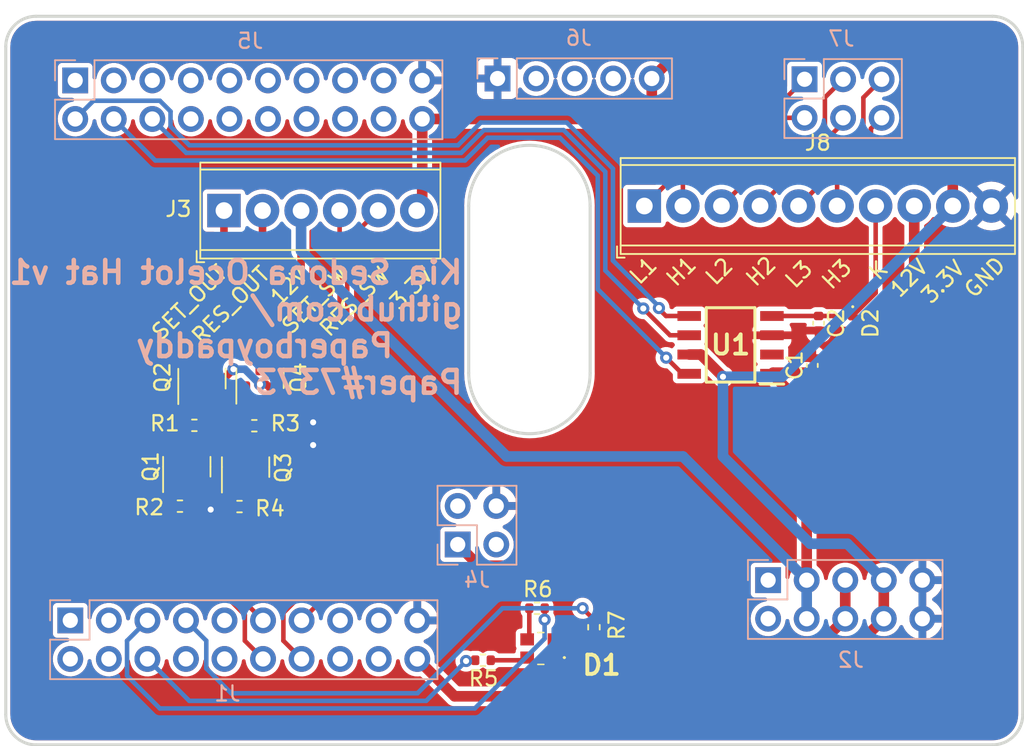
<source format=kicad_pcb>
(kicad_pcb (version 20211014) (generator pcbnew)
  (layers (0 "F.Cu" signal) (31 "B.Cu" signal) (34 "B.Paste" user) (35 "F.Paste" user) (36 "B.SilkS" user "B.Silkscreen") (37 "F.SilkS" user "F.Silkscreen") (38 "B.Mask" user) (39 "F.Mask" user) (44 "Edge.Cuts" user))
  (net 0 "")
  (net 1 "+12V")
  (net 2 "GND")
  (net 3 "KLINE")
  (net 4 "+3.3V")
  (net 5 "Net-(D1-Pad2)")
  (net 6 "Net-(D1-Pad3)")
  (net 7 "Net-(D1-Pad4)")
  (net 12 "Red LED")
  (net 13 "Green LED")
  (net 14 "Blue LED")
  (net 17 "CCSET_INPUT")
  (net 18 "CCRES_INPUT")
  (net 19 "CCSET_SW")
  (net 20 "CCRES_SW")
  (net 27 "+5V")
  (net 28 "CCSET_OUT")
  (net 29 "CCRES_OUT")
  (net 31 "KLINE_TX")
  (net 32 "KLINE_EN")
  (net 33 "KLINE_RX")
  (net 49 "CAN H1")
  (net 50 "CAN L1")
  (net 51 "CAN H2")
  (net 52 "CAN L2")
  (net 53 "CAN H3")
  (net 54 "CAN L3")
  (net 55 "Net-(Q1-Pad3)")
  (net 56 "Net-(Q3-Pad3)")
  (footprint "RGB_LED:ASMBLTC20A335" (layer "F.Cu") (at 157.54 107.69)
    (fp_text reference "D1" (at 4 1.1) (layer "F.SilkS") (effects (font (size 1.27 1.27) (thickness 0.254))))
    (fp_text value "Status RGB" hide)
    (fp_line (start 1.5 0.6) (end 1.5 0.6) (layer "F.SilkS") (width 0.1))
    (fp_line (start -0.2 -1.05) (end 0.2 -1.05) (layer "F.SilkS") (width 0.1))
    (fp_line (start 1.6 0.6) (end 1.6 0.6) (layer "F.SilkS") (width 0.1))
    (fp_line (start -0.2 1.05) (end 0.2 1.05) (layer "F.SilkS") (width 0.1))
    (fp_arc (start 1.6 0.6) (mid 1.55 0.65) (end 1.5 0.6) (layer "F.SilkS") (width 0.1))
    (fp_arc (start 1.5 0.6) (mid 1.55 0.55) (end 1.6 0.6) (layer "F.SilkS") (width 0.1))
    (pad "1" smd rect locked (at 0.9 0.6 90) (size 0.8 0.9) (layers "F.Cu" "F.Paste" "F.Mask") (net 4 "+3.3V"))
    (pad "2" smd rect locked (at 0.9 -0.6 90) (size 0.8 0.9) (layers "F.Cu" "F.Paste" "F.Mask") (net 5 "Net-(D1-Pad2)"))
    (pad "3" smd rect locked (at -0.9 -0.6 90) (size 0.8 0.9) (layers "F.Cu" "F.Paste" "F.Mask") (net 6 "Net-(D1-Pad3)"))
    (pad "4" smd rect locked (at -0.9 0.6 90) (size 0.8 0.9) (layers "F.Cu" "F.Paste" "F.Mask") (net 7 "Net-(D1-Pad4)"))
  )
  (footprint "Package_TO_SOT_SMD:SOT-23" (layer "F.Cu") (at 135.215 89.915 90)
    (fp_text reference "Q2" (at 0.075 -2.6 90) (layer "F.SilkS"))
    (fp_text value "AO3401A")
    (fp_line (start 0 -1.56) (end 0.65 -1.56) (layer "F.SilkS") (width 0.12))
    (fp_line (start 0 1.56) (end 0.65 1.56) (layer "F.SilkS") (width 0.12))
    (fp_line (start 0 1.56) (end -0.65 1.56) (layer "F.SilkS") (width 0.12))
    (fp_line (start 0 -1.56) (end -1.675 -1.56) (layer "F.SilkS") (width 0.12))
    (pad "1" smd roundrect (at -0.9375 -0.95 90) (size 1.475 0.6) (layers "F.Cu" "F.Paste" "F.Mask") (net 55 "Net-(Q1-Pad3)"))
    (pad "2" smd roundrect (at -0.9375 0.95 90) (size 1.475 0.6) (layers "F.Cu" "F.Paste" "F.Mask") (net 1 "+12V"))
    (pad "3" smd roundrect (at 0.9375 0 90) (size 1.475 0.6) (layers "F.Cu" "F.Paste" "F.Mask") (net 28 "CCSET_OUT"))
  )
  (footprint "Package_TO_SOT_SMD:SOT-23" (layer "F.Cu") (at 138.09 95.74 90)
    (fp_text reference "Q3" (at -0.05 2.475 90) (layer "F.SilkS"))
    (fp_text value "AO3400A")
    (fp_line (start 0 1.56) (end 0.65 1.56) (layer "F.SilkS") (width 0.12))
    (fp_line (start 0 -1.56) (end 0.65 -1.56) (layer "F.SilkS") (width 0.12))
    (fp_line (start 0 1.56) (end -0.65 1.56) (layer "F.SilkS") (width 0.12))
    (fp_line (start 0 -1.56) (end -1.675 -1.56) (layer "F.SilkS") (width 0.12))
    (pad "1" smd roundrect (at -0.9375 -0.95 90) (size 1.475 0.6) (layers "F.Cu" "F.Paste" "F.Mask") (net 18 "CCRES_INPUT"))
    (pad "2" smd roundrect (at -0.9375 0.95 90) (size 1.475 0.6) (layers "F.Cu" "F.Paste" "F.Mask") (net 2 "GND"))
    (pad "3" smd roundrect (at 0.9375 0 90) (size 1.475 0.6) (layers "F.Cu" "F.Paste" "F.Mask") (net 56 "Net-(Q3-Pad3)"))
  )
  (footprint "Resistor_SMD:R_0402_1005Metric" (layer "F.Cu") (at 134.715 92.99 180)
    (fp_text reference "R1" (at 1.95 0.125) (layer "F.SilkS"))
    (fp_text value "10k")
    (fp_line (start -0.153641 -0.38) (end 0.153641 -0.38) (layer "F.SilkS") (width 0.12))
    (fp_line (start -0.153641 0.38) (end 0.153641 0.38) (layer "F.SilkS") (width 0.12))
    (pad "1" smd roundrect (at -0.51 0 180) (size 0.54 0.64) (layers "F.Cu" "F.Paste" "F.Mask") (net 1 "+12V"))
    (pad "2" smd roundrect (at 0.51 0 180) (size 0.54 0.64) (layers "F.Cu" "F.Paste" "F.Mask") (net 55 "Net-(Q1-Pad3)"))
  )
  (footprint "LIN_BUS2:SOIC127P600X175-8N" (layer "F.Cu") (at 170.04 87.69 180)
    (fp_text reference "U1" (at 0 0) (layer "F.SilkS") (effects (font (size 1.27 1.27) (thickness 0.254))))
    (fp_text value "K-Line Serial Interface" hide)
    (fp_line (start 1.6 2.45) (end -1.6 2.45) (layer "F.SilkS") (width 0.2))
    (fp_line (start -1.6 -2.45) (end 1.6 -2.45) (layer "F.SilkS") (width 0.2))
    (fp_line (start 1.6 -2.45) (end 1.6 2.45) (layer "F.SilkS") (width 0.2))
    (fp_line (start -3.5 -2.58) (end -1.95 -2.58) (layer "F.SilkS") (width 0.2))
    (fp_line (start -1.6 2.45) (end -1.6 -2.45) (layer "F.SilkS") (width 0.2))
    (pad "1" smd rect locked (at -2.725 -1.905 270) (size 0.65 1.55) (layers "F.Cu" "F.Paste" "F.Mask") (net 1 "+12V"))
    (pad "2" smd rect locked (at -2.725 -0.635 270) (size 0.65 1.55) (layers "F.Cu" "F.Paste" "F.Mask"))
    (pad "3" smd rect locked (at -2.725 0.635 270) (size 0.65 1.55) (layers "F.Cu" "F.Paste" "F.Mask") (net 2 "GND"))
    (pad "4" smd rect locked (at -2.725 1.905 270) (size 0.65 1.55) (layers "F.Cu" "F.Paste" "F.Mask") (net 3 "KLINE"))
    (pad "5" smd rect locked (at 2.725 1.905 270) (size 0.65 1.55) (layers "F.Cu" "F.Paste" "F.Mask") (net 31 "KLINE_TX"))
    (pad "6" smd rect locked (at 2.725 0.635 270) (size 0.65 1.55) (layers "F.Cu" "F.Paste" "F.Mask") (net 33 "KLINE_RX"))
    (pad "7" smd rect locked (at 2.725 -0.635 270) (size 0.65 1.55) (layers "F.Cu" "F.Paste" "F.Mask") (net 4 "+3.3V"))
    (pad "8" smd rect locked (at 2.725 -1.905 270) (size 0.65 1.55) (layers "F.Cu" "F.Paste" "F.Mask") (net 32 "KLINE_EN"))
  )
  (footprint "Diode_SMD:D_0402_1005Metric" (layer "F.Cu") (at 178.09 86.265 -90)
    (fp_text reference "D2" (at 0 -1.17 90) (layer "F.SilkS"))
    (fp_text value "33v")
    (fp_circle (center -1.09 0) (end -1.04 0) (layer "F.SilkS") (width 0.1) (fill none))
    (pad "1" smd roundrect (at -0.485 0 270) (size 0.59 0.64) (layers "F.Cu" "F.Paste" "F.Mask") (net 3 "KLINE"))
    (pad "2" smd roundrect (at 0.485 0 270) (size 0.59 0.64) (layers "F.Cu" "F.Paste" "F.Mask") (net 2 "GND"))
  )
  (footprint "Resistor_SMD:R_0402_1005Metric" (layer "F.Cu") (at 153.73 108.465 180)
    (fp_text reference "R5" (at -0.035 -1.2 180) (layer "F.SilkS"))
    (fp_text value "1k")
    (fp_line (start -0.153641 0.38) (end 0.153641 0.38) (layer "F.SilkS") (width 0.12))
    (fp_line (start -0.153641 -0.38) (end 0.153641 -0.38) (layer "F.SilkS") (width 0.12))
    (pad "1" smd roundrect (at -0.51 0 180) (size 0.54 0.64) (layers "F.Cu" "F.Paste" "F.Mask") (net 7 "Net-(D1-Pad4)"))
    (pad "2" smd roundrect (at 0.51 0 180) (size 0.54 0.64) (layers "F.Cu" "F.Paste" "F.Mask") (net 12 "Red LED"))
  )
  (footprint "Resistor_SMD:R_0402_1005Metric" (layer "F.Cu") (at 161.04 106.29 90)
    (fp_text reference "R7" (at 0.125 1.5 90) (layer "F.SilkS"))
    (fp_text value "1k")
    (fp_line (start -0.153641 0.38) (end 0.153641 0.38) (layer "F.SilkS") (width 0.12))
    (fp_line (start -0.153641 -0.38) (end 0.153641 -0.38) (layer "F.SilkS") (width 0.12))
    (pad "1" smd roundrect (at -0.51 0 90) (size 0.54 0.64) (layers "F.Cu" "F.Paste" "F.Mask") (net 5 "Net-(D1-Pad2)"))
    (pad "2" smd roundrect (at 0.51 0 90) (size 0.54 0.64) (layers "F.Cu" "F.Paste" "F.Mask") (net 14 "Blue LED"))
  )
  (footprint "TerminalBlock_Phoenix:TerminalBlock_Phoenix_MPT-0,5-6-2.54_1x06_P2.54mm_Horizontal" (layer "F.Cu") (at 136.665 78.84)
    (fp_text reference "J3" (at -3 -0.1) (layer "F.SilkS"))
    (fp_text value "CC Terminals")
    (fp_line (start -1.8 3.4) (end -1.3 3.4) (layer "F.SilkS") (width 0.12))
    (fp_line (start -1.56 -2.7) (end 14.26 -2.7) (layer "F.SilkS") (width 0.12))
    (fp_line (start -1.56 3.16) (end 14.26 3.16) (layer "F.SilkS") (width 0.12))
    (fp_line (start -1.56 -3.16) (end -1.56 3.16) (layer "F.SilkS") (width 0.12))
    (fp_line (start -1.56 2.6) (end 14.26 2.6) (layer "F.SilkS") (width 0.12))
    (fp_line (start -1.56 -3.16) (end 14.26 -3.16) (layer "F.SilkS") (width 0.12))
    (fp_line (start 14.26 -3.16) (end 14.26 3.16) (layer "F.SilkS") (width 0.12))
    (fp_line (start -1.8 2.66) (end -1.8 3.4) (layer "F.SilkS") (width 0.12))
    (pad "1" thru_hole rect (at 0 0) (size 2.2 2.2) (drill 1.1) (layers *.Cu *.Mask) (net 28 "CCSET_OUT"))
    (pad "2" thru_hole circle (at 2.54 0) (size 2.2 2.2) (drill 1.1) (layers *.Cu *.Mask) (net 29 "CCRES_OUT"))
    (pad "3" thru_hole circle (at 5.08 0) (size 2.2 2.2) (drill 1.1) (layers *.Cu *.Mask) (net 1 "+12V"))
    (pad "4" thru_hole circle (at 7.62 0) (size 2.2 2.2) (drill 1.1) (layers *.Cu *.Mask) (net 19 "CCSET_SW"))
    (pad "5" thru_hole circle (at 10.16 0) (size 2.2 2.2) (drill 1.1) (layers *.Cu *.Mask) (net 20 "CCRES_SW"))
    (pad "6" thru_hole circle (at 12.7 0) (size 2.2 2.2) (drill 1.1) (layers *.Cu *.Mask) (net 4 "+3.3V"))
  )
  (footprint "Package_TO_SOT_SMD:SOT-23" (layer "F.Cu") (at 139.04 89.89 90)
    (fp_text reference "Q4" (at 0.05 2.525 90) (layer "F.SilkS"))
    (fp_text value "AO3401A")
    (fp_line (start 0 1.56) (end -0.65 1.56) (layer "F.SilkS") (width 0.12))
    (fp_line (start 0 -1.56) (end -1.675 -1.56) (layer "F.SilkS") (width 0.12))
    (fp_line (start 0 1.56) (end 0.65 1.56) (layer "F.SilkS") (width 0.12))
    (fp_line (start 0 -1.56) (end 0.65 -1.56) (layer "F.SilkS") (width 0.12))
    (pad "1" smd roundrect (at -0.9375 -0.95 90) (size 1.475 0.6) (layers "F.Cu" "F.Paste" "F.Mask") (net 56 "Net-(Q3-Pad3)"))
    (pad "2" smd roundrect (at -0.9375 0.95 90) (size 1.475 0.6) (layers "F.Cu" "F.Paste" "F.Mask") (net 1 "+12V"))
    (pad "3" smd roundrect (at 0.9375 0 90) (size 1.475 0.6) (layers "F.Cu" "F.Paste" "F.Mask") (net 29 "CCRES_OUT"))
  )
  (footprint "Capacitor_SMD:C_0402_1005Metric" (layer "F.Cu") (at 175.84 86.265 -90)
    (fp_text reference "C2" (at 0 -1.16 90) (layer "F.SilkS"))
    (fp_text value "470pF")
    (fp_line (start -0.107836 0.36) (end 0.107836 0.36) (layer "F.SilkS") (width 0.12))
    (fp_line (start -0.107836 -0.36) (end 0.107836 -0.36) (layer "F.SilkS") (width 0.12))
    (pad "1" smd roundrect (at -0.48 0 270) (size 0.56 0.62) (layers "F.Cu" "F.Paste" "F.Mask") (net 3 "KLINE"))
    (pad "2" smd roundrect (at 0.48 0 270) (size 0.56 0.62) (layers "F.Cu" "F.Paste" "F.Mask") (net 2 "GND"))
  )
  (footprint "Capacitor_SMD:C_0402_1005Metric" (layer "F.Cu") (at 175.424928 89.04 90)
    (fp_text reference "C1" (at 0 -1.16 90) (layer "F.SilkS"))
    (fp_text value "100nF")
    (fp_line (start -0.107836 -0.36) (end 0.107836 -0.36) (layer "F.SilkS") (width 0.12))
    (fp_line (start -0.107836 0.36) (end 0.107836 0.36) (layer "F.SilkS") (width 0.12))
    (pad "1" smd roundrect (at -0.48 0 90) (size 0.56 0.62) (layers "F.Cu" "F.Paste" "F.Mask") (net 1 "+12V"))
    (pad "2" smd roundrect (at 0.48 0 90) (size 0.56 0.62) (layers "F.Cu" "F.Paste" "F.Mask") (net 2 "GND"))
  )
  (footprint "Resistor_SMD:R_0402_1005Metric" (layer "F.Cu") (at 133.765 98.315)
    (fp_text reference "R2" (at -2.025 0.075) (layer "F.SilkS"))
    (fp_text value "10k")
    (fp_line (start -0.153641 -0.38) (end 0.153641 -0.38) (layer "F.SilkS") (width 0.12))
    (fp_line (start -0.153641 0.38) (end 0.153641 0.38) (layer "F.SilkS") (width 0.12))
    (pad "1" smd roundrect (at -0.51 0) (size 0.54 0.64) (layers "F.Cu" "F.Paste" "F.Mask") (net 17 "CCSET_INPUT"))
    (pad "2" smd roundrect (at 0.51 0) (size 0.54 0.64) (layers "F.Cu" "F.Paste" "F.Mask") (net 2 "GND"))
  )
  (footprint "TerminalBlock_Phoenix:TerminalBlock_Phoenix_MPT-0,5-10-2.54_1x10_P2.54mm_Horizontal" (layer "F.Cu") (at 164.36 78.54)
    (fp_text reference "J8" (at 11.43 -4.16) (layer "F.SilkS"))
    (fp_text value "Coms and power")
    (fp_line (start 24.42 -3.16) (end 24.42 3.16) (layer "F.SilkS") (width 0.12))
    (fp_line (start -1.8 3.4) (end -1.3 3.4) (layer "F.SilkS") (width 0.12))
    (fp_line (start -1.56 2.6) (end 24.42 2.6) (layer "F.SilkS") (width 0.12))
    (fp_line (start -1.8 2.66) (end -1.8 3.4) (layer "F.SilkS") (width 0.12))
    (fp_line (start -1.56 -3.16) (end 24.42 -3.16) (layer "F.SilkS") (width 0.12))
    (fp_line (start -1.56 -2.7) (end 24.42 -2.7) (layer "F.SilkS") (width 0.12))
    (fp_line (start -1.56 -3.16) (end -1.56 3.16) (layer "F.SilkS") (width 0.12))
    (fp_line (start -1.56 3.16) (end 24.42 3.16) (layer "F.SilkS") (width 0.12))
    (pad "1" thru_hole rect (at 0 0) (size 2.2 2.2) (drill 1.1) (layers *.Cu *.Mask) (net 50 "CAN L1"))
    (pad "2" thru_hole circle (at 2.54 0) (size 2.2 2.2) (drill 1.1) (layers *.Cu *.Mask) (net 49 "CAN H1"))
    (pad "3" thru_hole circle (at 5.08 0) (size 2.2 2.2) (drill 1.1) (layers *.Cu *.Mask) (net 52 "CAN L2"))
    (pad "4" thru_hole circle (at 7.62 0) (size 2.2 2.2) (drill 1.1) (layers *.Cu *.Mask) (net 51 "CAN H2"))
    (pad "5" thru_hole circle (at 10.16 0) (size 2.2 2.2) (drill 1.1) (layers *.Cu *.Mask) (net 54 "CAN L3"))
    (pad "6" thru_hole circle (at 12.7 0) (size 2.2 2.2) (drill 1.1) (layers *.Cu *.Mask) (net 53 "CAN H3"))
    (pad "7" thru_hole circle (at 15.24 0) (size 2.2 2.2) (drill 1.1) (layers *.Cu *.Mask) (net 3 "KLINE"))
    (pad "8" thru_hole circle (at 17.78 0) (size 2.2 2.2) (drill 1.1) (layers *.Cu *.Mask) (net 1 "+12V"))
    (pad "9" thru_hole circle (at 20.32 0) (size 2.2 2.2) (drill 1.1) (layers *.Cu *.Mask) (net 4 "+3.3V"))
    (pad "10" thru_hole circle (at 22.86 0) (size 2.2 2.2) (drill 1.1) (layers *.Cu *.Mask) (net 2 "GND"))
  )
  (footprint "Resistor_SMD:R_0402_1005Metric" (layer "F.Cu") (at 137.69 98.34)
    (fp_text reference "R4" (at 2 0.125) (layer "F.SilkS"))
    (fp_text value "10k")
    (fp_line (start -0.153641 -0.38) (end 0.153641 -0.38) (layer "F.SilkS") (width 0.12))
    (fp_line (start -0.153641 0.38) (end 0.153641 0.38) (layer "F.SilkS") (width 0.12))
    (pad "1" smd roundrect (at -0.51 0) (size 0.54 0.64) (layers "F.Cu" "F.Paste" "F.Mask") (net 18 "CCRES_INPUT"))
    (pad "2" smd roundrect (at 0.51 0) (size 0.54 0.64) (layers "F.Cu" "F.Paste" "F.Mask") (net 2 "GND"))
  )
  (footprint "Package_TO_SOT_SMD:SOT-23" (layer "F.Cu") (at 134.215 95.715 90)
    (fp_text reference "Q1" (at 0 -2.375 90) (layer "F.SilkS"))
    (fp_text value "AO3400A")
    (fp_line (start 0 -1.56) (end -1.675 -1.56) (layer "F.SilkS") (width 0.12))
    (fp_line (start 0 1.56) (end -0.65 1.56) (layer "F.SilkS") (width 0.12))
    (fp_line (start 0 -1.56) (end 0.65 -1.56) (layer "F.SilkS") (width 0.12))
    (fp_line (start 0 1.56) (end 0.65 1.56) (layer "F.SilkS") (width 0.12))
    (pad "1" smd roundrect (at -0.9375 -0.95 90) (size 1.475 0.6) (layers "F.Cu" "F.Paste" "F.Mask") (net 17 "CCSET_INPUT"))
    (pad "2" smd roundrect (at -0.9375 0.95 90) (size 1.475 0.6) (layers "F.Cu" "F.Paste" "F.Mask") (net 2 "GND"))
    (pad "3" smd roundrect (at 0.9375 0 90) (size 1.475 0.6) (layers "F.Cu" "F.Paste" "F.Mask") (net 55 "Net-(Q1-Pad3)"))
  )
  (footprint "Resistor_SMD:R_0402_1005Metric" (layer "F.Cu") (at 138.665 93.015 180)
    (fp_text reference "R3" (at -2.05 0.15) (layer "F.SilkS"))
    (fp_text value "10k")
    (fp_line (start -0.153641 0.38) (end 0.153641 0.38) (layer "F.SilkS") (width 0.12))
    (fp_line (start -0.153641 -0.38) (end 0.153641 -0.38) (layer "F.SilkS") (width 0.12))
    (pad "1" smd roundrect (at -0.51 0 180) (size 0.54 0.64) (layers "F.Cu" "F.Paste" "F.Mask") (net 1 "+12V"))
    (pad "2" smd roundrect (at 0.51 0 180) (size 0.54 0.64) (layers "F.Cu" "F.Paste" "F.Mask") (net 56 "Net-(Q3-Pad3)"))
  )
  (footprint "Resistor_SMD:R_0402_1005Metric" (layer "F.Cu") (at 157.29 105.04)
    (fp_text reference "R6" (at 0.05 -1.25) (layer "F.SilkS"))
    (fp_text value "1k")
    (fp_line (start -0.153641 0.38) (end 0.153641 0.38) (layer "F.SilkS") (width 0.12))
    (fp_line (start -0.153641 -0.38) (end 0.153641 -0.38) (layer "F.SilkS") (width 0.12))
    (pad "1" smd roundrect (at -0.51 0) (size 0.54 0.64) (layers "F.Cu" "F.Paste" "F.Mask") (net 6 "Net-(D1-Pad3)"))
    (pad "2" smd roundrect (at 0.51 0) (size 0.54 0.64) (layers "F.Cu" "F.Paste" "F.Mask") (net 13 "Green LED"))
  )
  (footprint "Connector_PinHeader_2.54mm:PinHeader_1x05_P2.54mm_Vertical" (layer "B.Cu") (at 154.69 70.14 -90)
    (fp_text reference "J6" (at -2.675 -5.35 180) (layer "B.SilkS") (effects (justify mirror)))
    (fp_text value "Ocelot Debug")
    (fp_line (start -1.33 1.33) (end 0 1.33) (layer "B.SilkS") (width 0.12))
    (fp_line (start -1.33 -1.27) (end 1.33 -1.27) (layer "B.SilkS") (width 0.12))
    (fp_line (start -1.33 -1.27) (end -1.33 -11.49) (layer "B.SilkS") (width 0.12))
    (fp_line (start -1.33 0) (end -1.33 1.33) (layer "B.SilkS") (width 0.12))
    (fp_line (start 1.33 -1.27) (end 1.33 -11.49) (layer "B.SilkS") (width 0.12))
    (fp_line (start -1.33 -11.49) (end 1.33 -11.49) (layer "B.SilkS") (width 0.12))
    (pad "1" thru_hole rect (at 0 0 270) (size 1.7 1.7) (drill 1) (layers *.Cu *.Mask) (net 2 "GND"))
    (pad "2" thru_hole oval (at 0 -2.54 270) (size 1.7 1.7) (drill 1) (layers *.Cu *.Mask))
    (pad "3" thru_hole oval (at 0 -5.08 270) (size 1.7 1.7) (drill 1) (layers *.Cu *.Mask))
    (pad "4" thru_hole oval (at 0 -7.62 270) (size 1.7 1.7) (drill 1) (layers *.Cu *.Mask))
    (pad "5" thru_hole oval (at 0 -10.16 270) (size 1.7 1.7) (drill 1) (layers *.Cu *.Mask) (net 4 "+3.3V"))
  )
  (footprint "Connector_PinHeader_2.54mm:PinHeader_2x10_P2.54mm_Vertical" (layer "B.Cu") (at 126.865 70.265 -90)
    (fp_text reference "J5" (at -2.6 -11.525 180) (layer "B.SilkS") (effects (justify mirror)))
    (fp_text value "Ocelot Top")
    (fp_line (start 1.27 1.33) (end 3.87 1.33) (layer "B.SilkS") (width 0.12))
    (fp_line (start -1.33 -1.27) (end 1.27 -1.27) (layer "B.SilkS") (width 0.12))
    (fp_line (start -1.33 -24.19) (end 3.87 -24.19) (layer "B.SilkS") (width 0.12))
    (fp_line (start -1.33 -1.27) (end -1.33 -24.19) (layer "B.SilkS") (width 0.12))
    (fp_line (start -1.33 0) (end -1.33 1.33) (layer "B.SilkS") (width 0.12))
    (fp_line (start -1.33 1.33) (end 0 1.33) (layer "B.SilkS") (width 0.12))
    (fp_line (start 3.87 1.33) (end 3.87 -24.19) (layer "B.SilkS") (width 0.12))
    (fp_line (start 1.27 -1.27) (end 1.27 1.33) (layer "B.SilkS") (width 0.12))
    (pad "1" thru_hole rect (at 0 0 270) (size 1.7 1.7) (drill 1) (layers *.Cu *.Mask))
    (pad "2" thru_hole oval (at 2.54 0 270) (size 1.7 1.7) (drill 1) (layers *.Cu *.Mask) (net 31 "KLINE_TX"))
    (pad "3" thru_hole oval (at 0 -2.54 270) (size 1.7 1.7) (drill 1) (layers *.Cu *.Mask))
    (pad "4" thru_hole oval (at 2.54 -2.54 270) (size 1.7 1.7) (drill 1) (layers *.Cu *.Mask) (net 32 "KLINE_EN"))
    (pad "5" thru_hole oval (at 0 -5.08 270) (size 1.7 1.7) (drill 1) (layers *.Cu *.Mask))
    (pad "6" thru_hole oval (at 2.54 -5.08 270) (size 1.7 1.7) (drill 1) (layers *.Cu *.Mask) (net 33 "KLINE_RX"))
    (pad "7" thru_hole oval (at 0 -7.62 270) (size 1.7 1.7) (drill 1) (layers *.Cu *.Mask))
    (pad "8" thru_hole oval (at 2.54 -7.62 270) (size 1.7 1.7) (drill 1) (layers *.Cu *.Mask))
    (pad "9" thru_hole oval (at 0 -10.16 270) (size 1.7 1.7) (drill 1) (layers *.Cu *.Mask))
    (pad "10" thru_hole oval (at 2.54 -10.16 270) (size 1.7 1.7) (drill 1) (layers *.Cu *.Mask))
    (pad "11" thru_hole oval (at 0 -12.7 270) (size 1.7 1.7) (drill 1) (layers *.Cu *.Mask))
    (pad "12" thru_hole oval (at 2.54 -12.7 270) (size 1.7 1.7) (drill 1) (layers *.Cu *.Mask))
    (pad "13" thru_hole oval (at 0 -15.24 270) (size 1.7 1.7) (drill 1) (layers *.Cu *.Mask))
    (pad "14" thru_hole oval (at 2.54 -15.24 270) (size 1.7 1.7) (drill 1) (layers *.Cu *.Mask))
    (pad "15" thru_hole oval (at 0 -17.78 270) (size 1.7 1.7) (drill 1) (layers *.Cu *.Mask))
    (pad "16" thru_hole oval (at 2.54 -17.78 270) (size 1.7 1.7) (drill 1) (layers *.Cu *.Mask))
    (pad "17" thru_hole oval (at 0 -20.32 270) (size 1.7 1.7) (drill 1) (layers *.Cu *.Mask))
    (pad "18" thru_hole oval (at 2.54 -20.32 270) (size 1.7 1.7) (drill 1) (layers *.Cu *.Mask))
    (pad "19" thru_hole oval (at 0 -22.86 270) (size 1.7 1.7) (drill 1) (layers *.Cu *.Mask) (net 2 "GND"))
    (pad "20" thru_hole oval (at 2.54 -22.86 270) (size 1.7 1.7) (drill 1) (layers *.Cu *.Mask) (net 4 "+3.3V"))
  )
  (footprint "Connector_PinHeader_2.54mm:PinHeader_2x05_P2.54mm_Vertical" (layer "B.Cu") (at 172.515 103.19 -90)
    (fp_text reference "J2" (at 5.25 -5.45 180) (layer "B.SilkS") (effects (justify mirror)))
    (fp_text value "Ocelot Power")
    (fp_line (start -1.33 -1.27) (end 1.27 -1.27) (layer "B.SilkS") (width 0.12))
    (fp_line (start -1.33 0) (end -1.33 1.33) (layer "B.SilkS") (width 0.12))
    (fp_line (start -1.33 -1.27) (end -1.33 -11.49) (layer "B.SilkS") (width 0.12))
    (fp_line (start 1.27 1.33) (end 3.87 1.33) (layer "B.SilkS") (width 0.12))
    (fp_line (start 1.27 -1.27) (end 1.27 1.33) (layer "B.SilkS") (width 0.12))
    (fp_line (start 3.87 1.33) (end 3.87 -11.49) (layer "B.SilkS") (width 0.12))
    (fp_line (start -1.33 -11.49) (end 3.87 -11.49) (layer "B.SilkS") (width 0.12))
    (fp_line (start -1.33 1.33) (end 0 1.33) (layer "B.SilkS") (width 0.12))
    (pad "1" thru_hole rect (at 0 0 270) (size 1.7 1.7) (drill 1) (layers *.Cu *.Mask))
    (pad "2" thru_hole oval (at 2.54 0 270) (size 1.7 1.7) (drill 1) (layers *.Cu *.Mask))
    (pad "3" thru_hole oval (at 0 -2.54 270) (size 1.7 1.7) (drill 1) (layers *.Cu *.Mask) (net 1 "+12V"))
    (pad "4" thru_hole oval (at 2.54 -2.54 270) (size 1.7 1.7) (drill 1) (layers *.Cu *.Mask) (net 1 "+12V"))
    (pad "5" thru_hole oval (at 0 -5.08 270) (size 1.7 1.7) (drill 1) (layers *.Cu *.Mask) (net 27 "+5V"))
    (pad "6" thru_hole oval (at 2.54 -5.08 270) (size 1.7 1.7) (drill 1) (layers *.Cu *.Mask) (net 27 "+5V"))
    (pad "7" thru_hole oval (at 0 -7.62 270) (size 1.7 1.7) (drill 1) (layers *.Cu *.Mask) (net 4 "+3.3V"))
    (pad "8" thru_hole oval (at 2.54 -7.62 270) (size 1.7 1.7) (drill 1) (layers *.Cu *.Mask) (net 4 "+3.3V"))
    (pad "9" thru_hole oval (at 0 -10.16 270) (size 1.7 1.7) (drill 1) (layers *.Cu *.Mask) (net 2 "GND"))
    (pad "10" thru_hole oval (at 2.54 -10.16 270) (size 1.7 1.7) (drill 1) (layers *.Cu *.Mask) (net 2 "GND"))
  )
  (footprint "Connector_PinHeader_2.54mm:PinHeader_2x10_P2.54mm_Vertical" (layer "B.Cu") (at 126.54 105.84 -90)
    (fp_text reference "J1" (at 4.825 -10.35 180) (layer "B.SilkS") (effects (justify mirror)))
    (fp_text value "Ocelot Bottom")
    (fp_line (start 3.87 1.33) (end 3.87 -24.19) (layer "B.SilkS") (width 0.12))
    (fp_line (start -1.33 -1.27) (end 1.27 -1.27) (layer "B.SilkS") (width 0.12))
    (fp_line (start 1.27 1.33) (end 3.87 1.33) (layer "B.SilkS") (width 0.12))
    (fp_line (start 1.27 -1.27) (end 1.27 1.33) (layer "B.SilkS") (width 0.12))
    (fp_line (start -1.33 0) (end -1.33 1.33) (layer "B.SilkS") (width 0.12))
    (fp_line (start -1.33 1.33) (end 0 1.33) (layer "B.SilkS") (width 0.12))
    (fp_line (start -1.33 -1.27) (end -1.33 -24.19) (layer "B.SilkS") (width 0.12))
    (fp_line (start -1.33 -24.19) (end 3.87 -24.19) (layer "B.SilkS") (width 0.12))
    (pad "1" thru_hole rect (at 0 0 270) (size 1.7 1.7) (drill 1) (layers *.Cu *.Mask))
    (pad "2" thru_hole oval (at 2.54 0 270) (size 1.7 1.7) (drill 1) (layers *.Cu *.Mask))
    (pad "3" thru_hole oval (at 0 -2.54 270) (size 1.7 1.7) (drill 1) (layers *.Cu *.Mask))
    (pad "4" thru_hole oval (at 2.54 -2.54 270) (size 1.7 1.7) (drill 1) (layers *.Cu *.Mask))
    (pad "5" thru_hole oval (at 0 -5.08 270) (size 1.7 1.7) (drill 1) (layers *.Cu *.Mask) (net 13 "Green LED"))
    (pad "6" thru_hole oval (at 2.54 -5.08 270) (size 1.7 1.7) (drill 1) (layers *.Cu *.Mask) (net 12 "Red LED"))
    (pad "7" thru_hole oval (at 0 -7.62 270) (size 1.7 1.7) (drill 1) (layers *.Cu *.Mask) (net 14 "Blue LED"))
    (pad "8" thru_hole oval (at 2.54 -7.62 270) (size 1.7 1.7) (drill 1) (layers *.Cu *.Mask))
    (pad "9" thru_hole oval (at 0 -10.16 270) (size 1.7 1.7) (drill 1) (layers *.Cu *.Mask))
    (pad "10" thru_hole oval (at 2.54 -10.16 270) (size 1.7 1.7) (drill 1) (layers *.Cu *.Mask))
    (pad "11" thru_hole oval (at 0 -12.7 270) (size 1.7 1.7) (drill 1) (layers *.Cu *.Mask) (net 18 "CCRES_INPUT"))
    (pad "12" thru_hole oval (at 2.54 -12.7 270) (size 1.7 1.7) (drill 1) (layers *.Cu *.Mask) (net 17 "CCSET_INPUT"))
    (pad "13" thru_hole oval (at 0 -15.24 270) (size 1.7 1.7) (drill 1) (layers *.Cu *.Mask) (net 20 "CCRES_SW"))
    (pad "14" thru_hole oval (at 2.54 -15.24 270) (size 1.7 1.7) (drill 1) (layers *.Cu *.Mask) (net 19 "CCSET_SW"))
    (pad "15" thru_hole oval (at 0 -17.78 270) (size 1.7 1.7) (drill 1) (layers *.Cu *.Mask))
    (pad "16" thru_hole oval (at 2.54 -17.78 270) (size 1.7 1.7) (drill 1) (layers *.Cu *.Mask))
    (pad "17" thru_hole oval (at 0 -20.32 270) (size 1.7 1.7) (drill 1) (layers *.Cu *.Mask))
    (pad "18" thru_hole oval (at 2.54 -20.32 270) (size 1.7 1.7) (drill 1) (layers *.Cu *.Mask))
    (pad "19" thru_hole oval (at 0 -22.86 270) (size 1.7 1.7) (drill 1) (layers *.Cu *.Mask) (net 2 "GND"))
    (pad "20" thru_hole oval (at 2.54 -22.86 270) (size 1.7 1.7) (drill 1) (layers *.Cu *.Mask) (net 4 "+3.3V"))
  )
  (footprint "Connector_PinHeader_2.54mm:PinHeader_2x02_P2.54mm_Vertical" (layer "B.Cu") (at 152.065 100.84)
    (fp_text reference "J4" (at 1.27 2.33) (layer "B.SilkS") (effects (justify mirror)))
    (fp_text value "Ocelot USB")
    (fp_line (start 3.87 1.33) (end 3.87 -3.87) (layer "B.SilkS") (width 0.12))
    (fp_line (start -1.33 -3.87) (end 3.87 -3.87) (layer "B.SilkS") (width 0.12))
    (fp_line (start 1.27 1.33) (end 3.87 1.33) (layer "B.SilkS") (width 0.12))
    (fp_line (start -1.33 -1.27) (end 1.27 -1.27) (layer "B.SilkS") (width 0.12))
    (fp_line (start 1.27 -1.27) (end 1.27 1.33) (layer "B.SilkS") (width 0.12))
    (fp_line (start -1.33 0) (end -1.33 1.33) (layer "B.SilkS") (width 0.12))
    (fp_line (start -1.33 1.33) (end 0 1.33) (layer "B.SilkS") (width 0.12))
    (fp_line (start -1.33 -1.27) (end -1.33 -3.87) (layer "B.SilkS") (width 0.12))
    (pad "1" thru_hole rect (at 0 0) (size 1.7 1.7) (drill 1) (layers *.Cu *.Mask) (net 27 "+5V"))
    (pad "2" thru_hole oval (at 2.54 0) (size 1.7 1.7) (drill 1) (layers *.Cu *.Mask))
    (pad "3" thru_hole oval (at 0 -2.54) (size 1.7 1.7) (drill 1) (layers *.Cu *.Mask))
    (pad "4" thru_hole oval (at 2.54 -2.54) (size 1.7 1.7) (drill 1) (layers *.Cu *.Mask) (net 2 "GND"))
  )
  (footprint "Connector_PinHeader_2.54mm:PinHeader_2x03_P2.54mm_Vertical" (layer "B.Cu") (at 174.915 70.19 -90)
    (fp_text reference "J7" (at -2.675 -2.425 180) (layer "B.SilkS") (effects (justify mirror)))
    (fp_text value "Ocelot CAN")
    (fp_line (start -1.33 -1.27) (end 1.27 -1.27) (layer "B.SilkS") (width 0.12))
    (fp_line (start -1.33 -6.41) (end 3.87 -6.41) (layer "B.SilkS") (width 0.12))
    (fp_line (start -1.33 1.33) (end 0 1.33) (layer "B.SilkS") (width 0.12))
    (fp_line (start 1.27 -1.27) (end 1.27 1.33) (layer "B.SilkS") (width 0.12))
    (fp_line (start 3.87 1.33) (end 3.87 -6.41) (layer "B.SilkS") (width 0.12))
    (fp_line (start -1.33 -1.27) (end -1.33 -6.41) (layer "B.SilkS") (width 0.12))
    (fp_line (start -1.33 0) (end -1.33 1.33) (layer "B.SilkS") (width 0.12))
    (fp_line (start 1.27 1.33) (end 3.87 1.33) (layer "B.SilkS") (width 0.12))
    (pad "1" thru_hole rect (at 0 0 270) (size 1.7 1.7) (drill 1) (layers *.Cu *.Mask) (net 50 "CAN L1"))
    (pad "2" thru_hole oval (at 2.54 0 270) (size 1.7 1.7) (drill 1) (layers *.Cu *.Mask) (net 49 "CAN H1"))
    (pad "3" thru_hole oval (at 0 -2.54 270) (size 1.7 1.7) (drill 1) (layers *.Cu *.Mask) (net 52 "CAN L2"))
    (pad "4" thru_hole oval (at 2.54 -2.54 270) (size 1.7 1.7) (drill 1) (layers *.Cu *.Mask) (net 51 "CAN H2"))
    (pad "5" thru_hole oval (at 0 -5.08 270) (size 1.7 1.7) (drill 1) (layers *.Cu *.Mask) (net 54 "CAN L3"))
    (pad "6" thru_hole oval (at 2.54 -5.08 270) (size 1.7 1.7) (drill 1) (layers *.Cu *.Mask) (net 53 "CAN H3"))
  )
  (gr_arc locked (start 187.29 66.04) (mid 188.704214 66.625786) (end 189.29 68.04) (layer "Edge.Cuts") (width 0.2))
  (gr_arc locked (start 152.79 78.54) (mid 156.79 74.54) (end 160.79 78.54) (layer "Edge.Cuts") (width 0.2))
  (gr_line locked (start 187.29 66.04) (end 124.29 66.04) (layer "Edge.Cuts") (width 0.2))
  (gr_line locked (start 189.29 112.04) (end 189.29 68.04) (layer "Edge.Cuts") (width 0.2))
  (gr_arc locked (start 189.29 112.04) (mid 188.704214 113.454214) (end 187.29 114.04) (layer "Edge.Cuts") (width 0.2))
  (gr_arc locked (start 122.29 68.04) (mid 122.875786 66.625786) (end 124.29 66.04) (layer "Edge.Cuts") (width 0.2))
  (gr_arc locked (start 124.29 114.04) (mid 122.875786 113.454214) (end 122.29 112.04) (layer "Edge.Cuts") (width 0.2))
  (gr_line locked (start 124.29 114.04) (end 187.29 114.04) (layer "Edge.Cuts") (width 0.2))
  (gr_arc locked (start 160.79 89.54) (mid 156.79 93.54) (end 152.79 89.54) (layer "Edge.Cuts") (width 0.2))
  (gr_line locked (start 152.79 78.54) (end 152.79 89.54) (layer "Edge.Cuts") (width 0.2))
  (gr_line locked (start 160.79 89.54) (end 160.79 78.54) (layer "Edge.Cuts") (width 0.2))
  (gr_line locked (start 122.29 68.04) (end 122.29 112.04) (layer "Edge.Cuts") (width 0.2))
  (gr_text "Kia Sedona Ocelot Hat v1\ngithub.com/\n    Paperboypaddy\nPaper#7373" (at 152.54 86.54) (layer "B.SilkS") (effects (font (size 1.5 1.5) (thickness 0.3)) (justify left mirror)))
  (gr_text "H3" (at 177.04 83.04 45) (layer "F.SilkS") (effects (font (size 1 1))))
  (gr_text "H2" (at 172.04 82.84 45) (layer "F.SilkS") (effects (font (size 1 1))))
  (gr_text "3.3V" (at 184.04 83.54 45) (layer "F.SilkS") (effects (font (size 1 1))))
  (gr_text "12V" (at 140.94 83.815 45) (layer "F.SilkS") (effects (font (size 1 1))))
  (gr_text "3.3V" (at 149.015 83.965 45) (layer "F.SilkS") (effects (font (size 1 1))))
  (gr_text "GND" (at 186.79 83.24 45) (layer "F.SilkS") (effects (font (size 1 1))))
  (gr_text "RES_SW" (at 145.265 84.84 45) (layer "F.SilkS") (effects (font (size 1 1))))
  (gr_text "L1" (at 164.29 82.79 45) (layer "F.SilkS") (effects (font (size 1 1))))
  (gr_text "L3" (at 174.54 83.04 45) (layer "F.SilkS") (effects (font (size 1 1))))
  (gr_text "12V" (at 181.79 83.29 45) (layer "F.SilkS") (effects (font (size 1 1))))
  (gr_text "L2" (at 169.29 82.84 45) (layer "F.SilkS") (effects (font (size 1 1))))
  (gr_text "SET_SW" (at 142.69 84.74 45) (layer "F.SilkS") (effects (font (size 1 1))))
  (gr_text "SET_OUT" (at 134.39 84.89 45) (layer "F.SilkS") (effects (font (size 1 1))))
  (gr_text "RES_OUT" (at 137.115 85.065 45) (layer "F.SilkS") (effects (font (size 1 1))))
  (gr_text "K" (at 179.79 82.79 45) (layer "F.SilkS") (effects (font (size 1 1))))
  (gr_text "H1" (at 166.79 82.84 45) (layer "F.SilkS") (effects (font (size 1 1))))
  (segment (start 139.04 90.29) (end 139.4525 90.29) (width 0.5) (layer "F.Cu") (net 1))
  (segment (start 141.745 89.0725) (end 139.99 90.8275) (width 0.5) (layer "F.Cu") (net 1))
  (segment (start 135.225 91.7925) (end 136.165 90.8525) (width 0.5) (layer "F.Cu") (net 1))
  (segment (start 175.444928 89.54) (end 175.424928 89.52) (width 0.7) (layer "F.Cu") (net 1))
  (segment (start 175.055 91.885) (end 172.765 89.595) (width 0.7) (layer "F.Cu") (net 1))
  (segment (start 182.14 85.44) (end 178.04 89.54) (width 0.7) (layer "F.Cu") (net 1))
  (segment (start 182.14 78.54) (end 182.14 85.44) (width 0.7) (layer "F.Cu") (net 1))
  (segment (start 139.175 93.015) (end 139.175 91.6425) (width 0.5) (layer "F.Cu") (net 1))
  (segment (start 172.84 89.52) (end 172.765 89.595) (width 0.7) (layer "F.Cu") (net 1))
  (segment (start 135.225 92.99) (end 135.225 91.7925) (width 0.5) (layer "F.Cu") (net 1))
  (segment (start 141.745 78.84) (end 141.745 89.0725) (width 0.5) (layer "F.Cu") (net 1))
  (segment (start 175.055 103.19) (end 175.055 91.885) (width 0.7) (layer "F.Cu") (net 1))
  (segment (start 139.175 91.6425) (end 139.99 90.8275) (width 0.5) (layer "F.Cu") (net 1))
  (segment (start 178.04 89.54) (end 175.444928 89.54) (width 0.7) (layer "F.Cu") (net 1))
  (segment (start 136.165 90.415) (end 137.29 89.29) (width 0.5) (layer "F.Cu") (net 1))
  (segment (start 175.424928 89.52) (end 172.84 89.52) (width 0.7) (layer "F.Cu") (net 1))
  (segment (start 136.165 90.8525) (end 136.165 90.415) (width 0.5) (layer "F.Cu") (net 1))
  (segment (start 139.4525 90.29) (end 139.99 90.8275) (width 0.5) (layer "F.Cu") (net 1))
  (via (at 137.29 89.29) (size 0.8) (drill 0.4) (layers "F.Cu" "B.Cu") (net 1))
  (via (at 139.04 90.29) (size 0.8) (drill 0.4) (layers "F.Cu" "B.Cu") (net 1))
  (segment (start 141.745 81.495) (end 141.745 78.84) (width 0.7) (layer "B.Cu") (net 1))
  (segment (start 175.055 105.73) (end 175.055 103.19) (width 0.7) (layer "B.Cu") (net 1))
  (segment (start 166.905 95.04) (end 155.29 95.04) (width 0.7) (layer "B.Cu") (net 1))
  (segment (start 175.055 103.19) (end 166.905 95.04) (width 0.7) (layer "B.Cu") (net 1))
  (segment (start 138.04 89.29) (end 139.04 90.29) (width 0.5) (layer "B.Cu") (net 1))
  (segment (start 137.29 89.29) (end 138.04 89.29) (width 0.5) (layer "B.Cu") (net 1))
  (segment (start 155.29 95.04) (end 141.745 81.495) (width 0.7) (layer "B.Cu") (net 1))
  (segment (start 139.04 97.5) (end 138.2 98.34) (width 0.3) (layer "F.Cu") (net 2))
  (segment (start 135.165 97.425) (end 134.275 98.315) (width 0.3) (layer "F.Cu") (net 2))
  (segment (start 139.04 96.6775) (end 139.04 97.5) (width 0.3) (layer "F.Cu") (net 2))
  (segment (start 135.165 96.6525) (end 135.165 97.425) (width 0.3) (layer "F.Cu") (net 2))
  (via (at 142.54 92.79) (size 0.8) (drill 0.4) (layers "F.Cu" "B.Cu") (net 2))
  (via (at 142.54 94.29) (size 0.8) (drill 0.4) (layers "F.Cu" "B.Cu") (net 2))
  (via (at 135.79 98.54) (size 0.8) (drill 0.4) (layers "F.Cu" "B.Cu") (net 2))
  (segment (start 179.6 84.27) (end 179.6 78.54) (width 0.3) (layer "F.Cu") (net 3))
  (segment (start 178.085 85.785) (end 178.09 85.78) (width 0.3) (layer "F.Cu") (net 3))
  (segment (start 178.09 85.78) (end 179.6 84.27) (width 0.3) (layer "F.Cu") (net 3))
  (segment (start 172.765 85.785) (end 175.84 85.785) (width 0.3) (layer "F.Cu") (net 3))
  (segment (start 175.84 85.785) (end 178.085 85.785) (width 0.3) (layer "F.Cu") (net 3))
  (segment (start 168.075 88.325) (end 167.315 88.325) (width 0.7) (layer "F.Cu") (net 4))
  (segment (start 166.7 68.29) (end 164.85 70.14) (width 0.7) (layer "F.Cu") (net 4))
  (segment (start 184.68 70.68) (end 182.29 68.29) (width 0.7) (layer "F.Cu") (net 4))
  (segment (start 164.85 71.58) (end 164.85 70.14) (width 0.7) (layer "F.Cu") (net 4))
  (segment (start 149.725 78.48) (end 149.365 78.84) (width 0.7) (layer "F.Cu") (net 4))
  (segment (start 175.025 110.84) (end 155.74 110.84) (width 0.7) (layer "F.Cu") (net 4))
  (segment (start 180.135 105.73) (end 175.025 110.84) (width 0.7) (layer "F.Cu") (net 4))
  (segment (start 149.725 72.805) (end 163.625 72.805) (width 0.7) (layer "F.Cu") (net 4))
  (segment (start 182.29 68.29) (end 166.7 68.29) (width 0.7) (layer "F.Cu") (net 4))
  (segment (start 180.135 105.73) (end 180.135 103.19) (width 0.7) (layer "F.Cu") (net 4))
  (segment (start 158.29 108.29) (end 155.74 110.84) (width 0.3) (layer "F.Cu") (net 4))
  (segment (start 184.68 78.54) (end 184.68 70.68) (width 0.7) (layer "F.Cu") (net 4))
  (segment (start 158.44 108.29) (end 158.29 108.29) (width 0.3) (layer "F.Cu") (net 4))
  (segment (start 149.725 72.805) (end 149.725 78.48) (width 0.7) (layer "F.Cu") (net 4))
  (segment (start 169.54 89.79) (end 168.075 88.325) (width 0.7) (layer "F.Cu") (net 4))
  (segment (start 151.86 110.84) (end 149.4 108.38) (width 0.7) (layer "F.Cu") (net 4))
  (segment (start 155.74 110.84) (end 151.86 110.84) (width 0.7) (layer "F.Cu") (net 4))
  (segment (start 163.625 72.805) (end 164.85 71.58) (width 0.7) (layer "F.Cu") (net 4))
  (via (at 169.54 89.79) (size 0.8) (drill 0.4) (layers "F.Cu" "B.Cu") (net 4))
  (segment (start 169.54 95.04) (end 169.54 89.79) (width 0.7) (layer "B.Cu") (net 4))
  (segment (start 169.54 89.79) (end 173.43 89.79) (width 0.7) (layer "B.Cu") (net 4))
  (segment (start 175.29 100.79) (end 169.54 95.04) (width 0.7) (layer "B.Cu") (net 4))
  (segment (start 173.43 89.79) (end 184.68 78.54) (width 0.7) (layer "B.Cu") (net 4))
  (segment (start 177.735 100.79) (end 175.29 100.79) (width 0.7) (layer "B.Cu") (net 4))
  (segment (start 180.135 103.19) (end 177.735 100.79) (width 0.7) (layer "B.Cu") (net 4))
  (segment (start 158.73 106.8) (end 158.44 107.09) (width 0.3) (layer "F.Cu") (net 5))
  (segment (start 161.04 106.8) (end 158.73 106.8) (width 0.3) (layer "F.Cu") (net 5))
  (segment (start 156.78 105.04) (end 156.78 106.95) (width 0.3) (layer "F.Cu") (net 6))
  (segment (start 156.78 106.95) (end 156.64 107.09) (width 0.3) (layer "F.Cu") (net 6))
  (segment (start 156.465 108.465) (end 156.64 108.29) (width 0.3) (layer "F.Cu") (net 7))
  (segment (start 154.24 108.465) (end 156.465 108.465) (width 0.3) (layer "F.Cu") (net 7))
  (segment (start 152.665 108.465) (end 152.615 108.515) (width 0.3) (layer "F.Cu") (net 12))
  (segment (start 153.22 108.465) (end 152.665 108.465) (width 0.3) (layer "F.Cu") (net 12))
  (via (at 152.615 108.515) (size 0.8) (drill 0.4) (layers "F.Cu" "B.Cu") (net 12))
  (segment (start 152.615 108.515) (end 149.99 111.14) (width 0.3) (layer "B.Cu") (net 12))
  (segment (start 134.38 111.14) (end 131.62 108.38) (width 0.3) (layer "B.Cu") (net 12))
  (segment (start 149.99 111.14) (end 134.38 111.14) (width 0.3) (layer "B.Cu") (net 12))
  (segment (start 157.8 105.04) (end 157.8 105.78) (width 0.3) (layer "F.Cu") (net 13))
  (segment (start 157.8 105.78) (end 157.79 105.79) (width 0.3) (layer "F.Cu") (net 13))
  (via (at 157.79 105.79) (size 0.8) (drill 0.4) (layers "F.Cu" "B.Cu") (net 13))
  (segment (start 130.28 107.18) (end 131.62 105.84) (width 0.3) (layer "B.Cu") (net 13))
  (segment (start 132.44 111.64) (end 130.28 109.48) (width 0.3) (layer "B.Cu") (net 13))
  (segment (start 157.79 105.79) (end 157.79 107.04) (width 0.3) (layer "B.Cu") (net 13))
  (segment (start 130.28 109.48) (end 130.28 107.18) (width 0.3) (layer "B.Cu") (net 13))
  (segment (start 153.19 111.64) (end 132.44 111.64) (width 0.3) (layer "B.Cu") (net 13))
  (segment (start 157.79 107.04) (end 153.19 111.64) (width 0.3) (layer "B.Cu") (net 13))
  (segment (start 161.04 105.78) (end 161.03 105.78) (width 0.3) (layer "F.Cu") (net 14))
  (segment (start 161.03 105.78) (end 160.29 105.04) (width 0.3) (layer "F.Cu") (net 14))
  (via (at 160.29 105.04) (size 0.8) (drill 0.4) (layers "F.Cu" "B.Cu") (net 14))
  (segment (start 160.29 105.04) (end 155.015 105.04) (width 0.3) (layer "B.Cu") (net 14))
  (segment (start 135.5 107.18) (end 134.16 105.84) (width 0.3) (layer "B.Cu") (net 14))
  (segment (start 149.415 110.64) (end 137.14 110.64) (width 0.3) (layer "B.Cu") (net 14))
  (segment (start 135.5 109) (end 135.5 107.18) (width 0.3) (layer "B.Cu") (net 14))
  (segment (start 137.14 110.64) (end 135.5 109) (width 0.3) (layer "B.Cu") (net 14))
  (segment (start 155.015 105.04) (end 149.415 110.64) (width 0.3) (layer "B.Cu") (net 14))
  (segment (start 136.68 101.74) (end 136.68 104.122943) (width 0.3) (layer "F.Cu") (net 17))
  (segment (start 138.04 105.482943) (end 138.04 107.18) (width 0.3) (layer "F.Cu") (net 17))
  (segment (start 133.265 96.6525) (end 133.265 98.305) (width 0.3) (layer "F.Cu") (net 17))
  (segment (start 133.265 98.305) (end 133.255 98.315) (width 0.3) (layer "F.Cu") (net 17))
  (segment (start 136.68 104.122943) (end 138.04 105.482943) (width 0.3) (layer "F.Cu") (net 17))
  (segment (start 138.04 107.18) (end 139.24 108.38) (width 0.3) (layer "F.Cu") (net 17))
  (segment (start 133.255 98.315) (end 136.68 101.74) (width 0.3) (layer "F.Cu") (net 17))
  (segment (start 137.14 96.6775) (end 137.14 98.3) (width 0.3) (layer "F.Cu") (net 18))
  (segment (start 137.18 103.78) (end 139.24 105.84) (width 0.3) (layer "F.Cu") (net 18))
  (segment (start 137.18 98.34) (end 137.18 103.78) (width 0.3) (layer "F.Cu") (net 18))
  (segment (start 137.14 98.3) (end 137.18 98.34) (width 0.3) (layer "F.Cu") (net 18))
  (segment (start 140.58 105.342943) (end 140.58 107.18) (width 0.3) (layer "F.Cu") (net 19))
  (segment (start 144.285 78.84) (end 144.285 101.637943) (width 0.3) (layer "F.Cu") (net 19))
  (segment (start 140.58 107.18) (end 141.78 108.38) (width 0.3) (layer "F.Cu") (net 19))
  (segment (start 144.285 101.637943) (end 140.58 105.342943) (width 0.3) (layer "F.Cu") (net 19))
  (segment (start 144.785 80.88) (end 144.785 102.835) (width 0.3) (layer "F.Cu") (net 20))
  (segment (start 146.825 78.84) (end 144.785 80.88) (width 0.3) (layer "F.Cu") (net 20))
  (segment (start 144.785 102.835) (end 141.78 105.84) (width 0.3) (layer "F.Cu") (net 20))
  (segment (start 168.865 108.64) (end 162.465 102.24) (width 0.7) (layer "F.Cu") (net 27))
  (segment (start 153.465 102.24) (end 152.065 100.84) (width 0.7) (layer "F.Cu") (net 27))
  (segment (start 177.595 105.73) (end 177.595 103.19) (width 0.7) (layer "F.Cu") (net 27))
  (segment (start 177.595 105.73) (end 174.685 108.64) (width 0.7) (layer "F.Cu") (net 27))
  (segment (start 174.685 108.64) (end 168.865 108.64) (width 0.7) (layer "F.Cu") (net 27))
  (segment (start 162.465 102.24) (end 153.465 102.24) (width 0.7) (layer "F.Cu") (net 27))
  (segment (start 136.665 78.84) (end 136.665 87.5275) (width 0.5) (layer "F.Cu") (net 28))
  (segment (start 136.665 87.5275) (end 135.215 88.9775) (width 0.5) (layer "F.Cu") (net 28))
  (segment (start 139.205 88.7875) (end 139.04 88.9525) (width 0.5) (layer "F.Cu") (net 29))
  (segment (start 139.205 78.84) (end 139.205 88.7875) (width 0.5) (layer "F.Cu") (net 29))
  (segment (start 165.29 85.29) (end 165.319977 85.260023) (width 0.3) (layer "F.Cu") (net 31))
  (segment (start 167.315 85.785) (end 165.785 85.785) (width 0.3) (layer "F.Cu") (net 31))
  (segment (start 165.785 85.785) (end 165.29 85.29) (width 0.3) (layer "F.Cu") (net 31))
  (via (at 165.319977 85.260023) (size 0.8) (drill 0.4) (layers "F.Cu" "B.Cu") (net 31))
  (segment (start 133.145 72.307943) (end 132.442057 71.605) (width 0.3) (layer "B.Cu") (net 31))
  (segment (start 133.145 73.297894) (end 133.145 72.307943) (width 0.3) (layer "B.Cu") (net 31))
  (segment (start 162.29 82.135023) (end 162.29 76.082894) (width 0.3) (layer "B.Cu") (net 31))
  (segment (start 134.387106 74.54) (end 133.145 73.297894) (width 0.3) (layer "B.Cu") (net 31))
  (segment (start 165.319977 85.260023) (end 165.319977 85.165) (width 0.3) (layer "B.Cu") (net 31))
  (segment (start 153.582894 73.04) (end 152.082894 74.54) (width 0.3) (layer "B.Cu") (net 31))
  (segment (start 165.319977 85.165) (end 162.29 82.135023) (width 0.3) (layer "B.Cu") (net 31))
  (segment (start 152.082894 74.54) (end 134.387106 74.54) (width 0.3) (layer "B.Cu") (net 31))
  (segment (start 132.442057 71.605) (end 128.065 71.605) (width 0.3) (layer "B.Cu") (net 31))
  (segment (start 159.247106 73.04) (end 153.582894 73.04) (width 0.3) (layer "B.Cu") (net 31))
  (segment (start 162.29 76.082894) (end 159.247106 73.04) (width 0.3) (layer "B.Cu") (net 31))
  (segment (start 128.065 71.605) (end 126.865 72.805) (width 0.3) (layer "B.Cu") (net 31))
  (segment (start 166.865 89.595) (end 167.315 89.595) (width 0.3) (layer "F.Cu") (net 32))
  (segment (start 165.8 88.53) (end 166.865 89.595) (width 0.3) (layer "F.Cu") (net 32))
  (via (at 165.8 88.53) (size 0.8) (drill 0.4) (layers "F.Cu" "B.Cu") (net 32))
  (segment (start 161.29 84.02) (end 161.29 76.54) (width 0.3) (layer "B.Cu") (net 32))
  (segment (start 158.79 74.04) (end 154.04 74.04) (width 0.3) (layer "B.Cu") (net 32))
  (segment (start 152.54 75.54) (end 132.14 75.54) (width 0.3) (layer "B.Cu") (net 32))
  (segment (start 154.04 74.04) (end 152.54 75.54) (width 0.3) (layer "B.Cu") (net 32))
  (segment (start 165.8 88.53) (end 161.29 84.02) (width 0.3) (layer "B.Cu") (net 32))
  (segment (start 161.29 76.54) (end 158.79 74.04) (width 0.3) (layer "B.Cu") (net 32))
  (segment (start 132.14 75.54) (end 129.405 72.805) (width 0.3) (layer "B.Cu") (net 32))
  (segment (start 167.315 87.055) (end 166.055 87.055) (width 0.3) (layer "F.Cu") (net 33))
  (segment (start 166.055 87.055) (end 164.29 85.29) (width 0.3) (layer "F.Cu") (net 33))
  (via (at 164.29 85.29) (size 0.8) (drill 0.4) (layers "F.Cu" "B.Cu") (net 33))
  (segment (start 164.29 85.29) (end 161.79 82.79) (width 0.3) (layer "B.Cu") (net 33))
  (segment (start 159.04 73.54) (end 153.79 73.54) (width 0.3) (layer "B.Cu") (net 33))
  (segment (start 161.79 82.79) (end 161.79 76.29) (width 0.3) (layer "B.Cu") (net 33))
  (segment (start 134.18 75.04) (end 131.945 72.805) (width 0.3) (layer "B.Cu") (net 33))
  (segment (start 161.79 76.29) (end 159.04 73.54) (width 0.3) (layer "B.Cu") (net 33))
  (segment (start 152.29 75.04) (end 134.18 75.04) (width 0.3) (layer "B.Cu") (net 33))
  (segment (start 153.79 73.54) (end 152.29 75.04) (width 0.3) (layer "B.Cu") (net 33))
  (segment (start 170.877106 72.73) (end 166.9 76.707106) (width 0.3) (layer "F.Cu") (net 49))
  (segment (start 166.9 76.707106) (end 166.9 78.54) (width 0.3) (layer "F.Cu") (net 49))
  (segment (start 174.915 72.73) (end 170.877106 72.73) (width 0.3) (layer "F.Cu") (net 49))
  (segment (start 170.669999 72.23) (end 164.36 78.54) (width 0.3) (layer "F.Cu") (net 50))
  (segment (start 172.875 72.23) (end 170.669999 72.23) (width 0.3) (layer "F.Cu") (net 50))
  (segment (start 174.915 70.19) (end 172.875 72.23) (width 0.3) (layer "F.Cu") (net 50))
  (segment (start 177.455 72.73) (end 177.455 73.065) (width 0.3) (layer "F.Cu") (net 51))
  (segment (start 177.455 73.065) (end 171.98 78.54) (width 0.3) (layer "F.Cu") (net 51))
  (segment (start 177.455 70.19) (end 176.255 71.39) (width 0.3) (layer "F.Cu") (net 52))
  (segment (start 173.022894 76.79) (end 171.19 76.79) (width 0.3) (layer "F.Cu") (net 52))
  (segment (start 171.19 76.79) (end 169.44 78.54) (width 0.3) (layer "F.Cu") (net 52))
  (segment (start 176.255 73.557894) (end 173.022894 76.79) (width 0.3) (layer "F.Cu") (net 52))
  (segment (start 176.255 71.39) (end 176.255 73.557894) (width 0.3) (layer "F.Cu") (net 52))
  (segment (start 179.29 73.435) (end 179.29 74.477106) (width 0.3) (layer "F.Cu") (net 53))
  (segment (start 179.995 72.73) (end 179.29 73.435) (width 0.3) (layer "F.Cu") (net 53))
  (segment (start 177.06 76.707106) (end 177.06 78.54) (width 0.3) (layer "F.Cu") (net 53))
  (segment (start 179.29 74.477106) (end 177.06 76.707106) (width 0.3) (layer "F.Cu") (net 53))
  (segment (start 178.79 71.395) (end 178.79 74.27) (width 0.3) (layer "F.Cu") (net 54))
  (segment (start 178.79 74.27) (end 174.52 78.54) (width 0.3) (layer "F.Cu") (net 54))
  (segment (start 179.995 70.19) (end 178.79 71.395) (width 0.3) (layer "F.Cu") (net 54))
  (segment (start 134.205 92.99) (end 134.205 90.9125) (width 0.5) (layer "F.Cu") (net 55))
  (segment (start 134.215 93) (end 134.205 92.99) (width 0.5) (layer "F.Cu") (net 55))
  (segment (start 134.215 94.7775) (end 134.215 93) (width 0.5) (layer "F.Cu") (net 55))
  (segment (start 134.205 90.9125) (end 134.265 90.8525) (width 0.5) (layer "F.Cu") (net 55))
  (segment (start 138.155 90.8925) (end 138.09 90.8275) (width 0.5) (layer "F.Cu") (net 56))
  (segment (start 138.09 94.8025) (end 138.09 93.08) (width 0.5) (layer "F.Cu") (net 56))
  (segment (start 138.155 93.015) (end 138.155 90.8925) (width 0.5) (layer "F.Cu") (net 56))
  (segment (start 138.09 93.08) (end 138.155 93.015) (width 0.5) (layer "F.Cu") (net 56))
  (zone (net 2) (net_name "GND") (layer "F.Cu") (connect_pads (clearance 0.3)) (min_thickness 0.254) (fill yes (thermal_gap 0.508) (thermal_bridge_width 0.508))
    (polygon (pts (xy 189.29 114.04) (xy 122.29 114.04) (xy 122.29 66.04) (xy 189.29 66.04)))
  )
  (zone (net 2) (net_name "GND") (layer "B.Cu") (connect_pads (clearance 0.3)) (min_thickness 0.254) (fill yes (thermal_gap 0.508) (thermal_bridge_width 0.508))
    (polygon (pts (xy 189.29 114.04) (xy 122.29 114.04) (xy 122.29 66.04) (xy 189.29 66.04)))
  )
)
</source>
